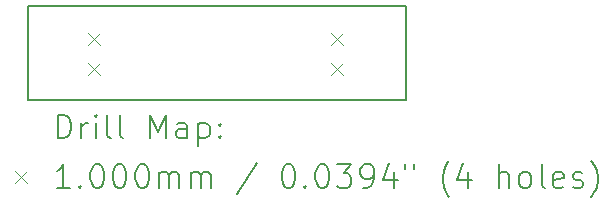
<source format=gbr>
%TF.GenerationSoftware,KiCad,Pcbnew,7.0.10*%
%TF.CreationDate,2024-02-19T09:05:06+01:00*%
%TF.ProjectId,LegoLights,4c65676f-4c69-4676-9874-732e6b696361,rev?*%
%TF.SameCoordinates,Original*%
%TF.FileFunction,Drillmap*%
%TF.FilePolarity,Positive*%
%FSLAX45Y45*%
G04 Gerber Fmt 4.5, Leading zero omitted, Abs format (unit mm)*
G04 Created by KiCad (PCBNEW 7.0.10) date 2024-02-19 09:05:06*
%MOMM*%
%LPD*%
G01*
G04 APERTURE LIST*
%ADD10C,0.200000*%
%ADD11C,0.100000*%
G04 APERTURE END LIST*
D10*
X11938000Y-5588000D02*
X15138000Y-5588000D01*
X15138000Y-6388000D01*
X11938000Y-6388000D01*
X11938000Y-5588000D01*
D11*
X12444300Y-5815400D02*
X12544300Y-5915400D01*
X12544300Y-5815400D02*
X12444300Y-5915400D01*
X12444300Y-6069400D02*
X12544300Y-6169400D01*
X12544300Y-6069400D02*
X12444300Y-6169400D01*
X14504200Y-5820400D02*
X14604200Y-5920400D01*
X14604200Y-5820400D02*
X14504200Y-5920400D01*
X14504200Y-6074400D02*
X14604200Y-6174400D01*
X14604200Y-6074400D02*
X14504200Y-6174400D01*
D10*
X12188777Y-6709484D02*
X12188777Y-6509484D01*
X12188777Y-6509484D02*
X12236396Y-6509484D01*
X12236396Y-6509484D02*
X12264967Y-6519008D01*
X12264967Y-6519008D02*
X12284015Y-6538055D01*
X12284015Y-6538055D02*
X12293539Y-6557103D01*
X12293539Y-6557103D02*
X12303062Y-6595198D01*
X12303062Y-6595198D02*
X12303062Y-6623769D01*
X12303062Y-6623769D02*
X12293539Y-6661865D01*
X12293539Y-6661865D02*
X12284015Y-6680912D01*
X12284015Y-6680912D02*
X12264967Y-6699960D01*
X12264967Y-6699960D02*
X12236396Y-6709484D01*
X12236396Y-6709484D02*
X12188777Y-6709484D01*
X12388777Y-6709484D02*
X12388777Y-6576150D01*
X12388777Y-6614246D02*
X12398301Y-6595198D01*
X12398301Y-6595198D02*
X12407824Y-6585674D01*
X12407824Y-6585674D02*
X12426872Y-6576150D01*
X12426872Y-6576150D02*
X12445920Y-6576150D01*
X12512586Y-6709484D02*
X12512586Y-6576150D01*
X12512586Y-6509484D02*
X12503062Y-6519008D01*
X12503062Y-6519008D02*
X12512586Y-6528531D01*
X12512586Y-6528531D02*
X12522110Y-6519008D01*
X12522110Y-6519008D02*
X12512586Y-6509484D01*
X12512586Y-6509484D02*
X12512586Y-6528531D01*
X12636396Y-6709484D02*
X12617348Y-6699960D01*
X12617348Y-6699960D02*
X12607824Y-6680912D01*
X12607824Y-6680912D02*
X12607824Y-6509484D01*
X12741158Y-6709484D02*
X12722110Y-6699960D01*
X12722110Y-6699960D02*
X12712586Y-6680912D01*
X12712586Y-6680912D02*
X12712586Y-6509484D01*
X12969729Y-6709484D02*
X12969729Y-6509484D01*
X12969729Y-6509484D02*
X13036396Y-6652341D01*
X13036396Y-6652341D02*
X13103062Y-6509484D01*
X13103062Y-6509484D02*
X13103062Y-6709484D01*
X13284015Y-6709484D02*
X13284015Y-6604722D01*
X13284015Y-6604722D02*
X13274491Y-6585674D01*
X13274491Y-6585674D02*
X13255443Y-6576150D01*
X13255443Y-6576150D02*
X13217348Y-6576150D01*
X13217348Y-6576150D02*
X13198301Y-6585674D01*
X13284015Y-6699960D02*
X13264967Y-6709484D01*
X13264967Y-6709484D02*
X13217348Y-6709484D01*
X13217348Y-6709484D02*
X13198301Y-6699960D01*
X13198301Y-6699960D02*
X13188777Y-6680912D01*
X13188777Y-6680912D02*
X13188777Y-6661865D01*
X13188777Y-6661865D02*
X13198301Y-6642817D01*
X13198301Y-6642817D02*
X13217348Y-6633293D01*
X13217348Y-6633293D02*
X13264967Y-6633293D01*
X13264967Y-6633293D02*
X13284015Y-6623769D01*
X13379253Y-6576150D02*
X13379253Y-6776150D01*
X13379253Y-6585674D02*
X13398301Y-6576150D01*
X13398301Y-6576150D02*
X13436396Y-6576150D01*
X13436396Y-6576150D02*
X13455443Y-6585674D01*
X13455443Y-6585674D02*
X13464967Y-6595198D01*
X13464967Y-6595198D02*
X13474491Y-6614246D01*
X13474491Y-6614246D02*
X13474491Y-6671388D01*
X13474491Y-6671388D02*
X13464967Y-6690436D01*
X13464967Y-6690436D02*
X13455443Y-6699960D01*
X13455443Y-6699960D02*
X13436396Y-6709484D01*
X13436396Y-6709484D02*
X13398301Y-6709484D01*
X13398301Y-6709484D02*
X13379253Y-6699960D01*
X13560205Y-6690436D02*
X13569729Y-6699960D01*
X13569729Y-6699960D02*
X13560205Y-6709484D01*
X13560205Y-6709484D02*
X13550682Y-6699960D01*
X13550682Y-6699960D02*
X13560205Y-6690436D01*
X13560205Y-6690436D02*
X13560205Y-6709484D01*
X13560205Y-6585674D02*
X13569729Y-6595198D01*
X13569729Y-6595198D02*
X13560205Y-6604722D01*
X13560205Y-6604722D02*
X13550682Y-6595198D01*
X13550682Y-6595198D02*
X13560205Y-6585674D01*
X13560205Y-6585674D02*
X13560205Y-6604722D01*
D11*
X11828000Y-6988000D02*
X11928000Y-7088000D01*
X11928000Y-6988000D02*
X11828000Y-7088000D01*
D10*
X12293539Y-7129484D02*
X12179253Y-7129484D01*
X12236396Y-7129484D02*
X12236396Y-6929484D01*
X12236396Y-6929484D02*
X12217348Y-6958055D01*
X12217348Y-6958055D02*
X12198301Y-6977103D01*
X12198301Y-6977103D02*
X12179253Y-6986627D01*
X12379253Y-7110436D02*
X12388777Y-7119960D01*
X12388777Y-7119960D02*
X12379253Y-7129484D01*
X12379253Y-7129484D02*
X12369729Y-7119960D01*
X12369729Y-7119960D02*
X12379253Y-7110436D01*
X12379253Y-7110436D02*
X12379253Y-7129484D01*
X12512586Y-6929484D02*
X12531634Y-6929484D01*
X12531634Y-6929484D02*
X12550682Y-6939008D01*
X12550682Y-6939008D02*
X12560205Y-6948531D01*
X12560205Y-6948531D02*
X12569729Y-6967579D01*
X12569729Y-6967579D02*
X12579253Y-7005674D01*
X12579253Y-7005674D02*
X12579253Y-7053293D01*
X12579253Y-7053293D02*
X12569729Y-7091388D01*
X12569729Y-7091388D02*
X12560205Y-7110436D01*
X12560205Y-7110436D02*
X12550682Y-7119960D01*
X12550682Y-7119960D02*
X12531634Y-7129484D01*
X12531634Y-7129484D02*
X12512586Y-7129484D01*
X12512586Y-7129484D02*
X12493539Y-7119960D01*
X12493539Y-7119960D02*
X12484015Y-7110436D01*
X12484015Y-7110436D02*
X12474491Y-7091388D01*
X12474491Y-7091388D02*
X12464967Y-7053293D01*
X12464967Y-7053293D02*
X12464967Y-7005674D01*
X12464967Y-7005674D02*
X12474491Y-6967579D01*
X12474491Y-6967579D02*
X12484015Y-6948531D01*
X12484015Y-6948531D02*
X12493539Y-6939008D01*
X12493539Y-6939008D02*
X12512586Y-6929484D01*
X12703062Y-6929484D02*
X12722110Y-6929484D01*
X12722110Y-6929484D02*
X12741158Y-6939008D01*
X12741158Y-6939008D02*
X12750682Y-6948531D01*
X12750682Y-6948531D02*
X12760205Y-6967579D01*
X12760205Y-6967579D02*
X12769729Y-7005674D01*
X12769729Y-7005674D02*
X12769729Y-7053293D01*
X12769729Y-7053293D02*
X12760205Y-7091388D01*
X12760205Y-7091388D02*
X12750682Y-7110436D01*
X12750682Y-7110436D02*
X12741158Y-7119960D01*
X12741158Y-7119960D02*
X12722110Y-7129484D01*
X12722110Y-7129484D02*
X12703062Y-7129484D01*
X12703062Y-7129484D02*
X12684015Y-7119960D01*
X12684015Y-7119960D02*
X12674491Y-7110436D01*
X12674491Y-7110436D02*
X12664967Y-7091388D01*
X12664967Y-7091388D02*
X12655443Y-7053293D01*
X12655443Y-7053293D02*
X12655443Y-7005674D01*
X12655443Y-7005674D02*
X12664967Y-6967579D01*
X12664967Y-6967579D02*
X12674491Y-6948531D01*
X12674491Y-6948531D02*
X12684015Y-6939008D01*
X12684015Y-6939008D02*
X12703062Y-6929484D01*
X12893539Y-6929484D02*
X12912586Y-6929484D01*
X12912586Y-6929484D02*
X12931634Y-6939008D01*
X12931634Y-6939008D02*
X12941158Y-6948531D01*
X12941158Y-6948531D02*
X12950682Y-6967579D01*
X12950682Y-6967579D02*
X12960205Y-7005674D01*
X12960205Y-7005674D02*
X12960205Y-7053293D01*
X12960205Y-7053293D02*
X12950682Y-7091388D01*
X12950682Y-7091388D02*
X12941158Y-7110436D01*
X12941158Y-7110436D02*
X12931634Y-7119960D01*
X12931634Y-7119960D02*
X12912586Y-7129484D01*
X12912586Y-7129484D02*
X12893539Y-7129484D01*
X12893539Y-7129484D02*
X12874491Y-7119960D01*
X12874491Y-7119960D02*
X12864967Y-7110436D01*
X12864967Y-7110436D02*
X12855443Y-7091388D01*
X12855443Y-7091388D02*
X12845920Y-7053293D01*
X12845920Y-7053293D02*
X12845920Y-7005674D01*
X12845920Y-7005674D02*
X12855443Y-6967579D01*
X12855443Y-6967579D02*
X12864967Y-6948531D01*
X12864967Y-6948531D02*
X12874491Y-6939008D01*
X12874491Y-6939008D02*
X12893539Y-6929484D01*
X13045920Y-7129484D02*
X13045920Y-6996150D01*
X13045920Y-7015198D02*
X13055443Y-7005674D01*
X13055443Y-7005674D02*
X13074491Y-6996150D01*
X13074491Y-6996150D02*
X13103063Y-6996150D01*
X13103063Y-6996150D02*
X13122110Y-7005674D01*
X13122110Y-7005674D02*
X13131634Y-7024722D01*
X13131634Y-7024722D02*
X13131634Y-7129484D01*
X13131634Y-7024722D02*
X13141158Y-7005674D01*
X13141158Y-7005674D02*
X13160205Y-6996150D01*
X13160205Y-6996150D02*
X13188777Y-6996150D01*
X13188777Y-6996150D02*
X13207824Y-7005674D01*
X13207824Y-7005674D02*
X13217348Y-7024722D01*
X13217348Y-7024722D02*
X13217348Y-7129484D01*
X13312586Y-7129484D02*
X13312586Y-6996150D01*
X13312586Y-7015198D02*
X13322110Y-7005674D01*
X13322110Y-7005674D02*
X13341158Y-6996150D01*
X13341158Y-6996150D02*
X13369729Y-6996150D01*
X13369729Y-6996150D02*
X13388777Y-7005674D01*
X13388777Y-7005674D02*
X13398301Y-7024722D01*
X13398301Y-7024722D02*
X13398301Y-7129484D01*
X13398301Y-7024722D02*
X13407824Y-7005674D01*
X13407824Y-7005674D02*
X13426872Y-6996150D01*
X13426872Y-6996150D02*
X13455443Y-6996150D01*
X13455443Y-6996150D02*
X13474491Y-7005674D01*
X13474491Y-7005674D02*
X13484015Y-7024722D01*
X13484015Y-7024722D02*
X13484015Y-7129484D01*
X13874491Y-6919960D02*
X13703063Y-7177103D01*
X14131634Y-6929484D02*
X14150682Y-6929484D01*
X14150682Y-6929484D02*
X14169729Y-6939008D01*
X14169729Y-6939008D02*
X14179253Y-6948531D01*
X14179253Y-6948531D02*
X14188777Y-6967579D01*
X14188777Y-6967579D02*
X14198301Y-7005674D01*
X14198301Y-7005674D02*
X14198301Y-7053293D01*
X14198301Y-7053293D02*
X14188777Y-7091388D01*
X14188777Y-7091388D02*
X14179253Y-7110436D01*
X14179253Y-7110436D02*
X14169729Y-7119960D01*
X14169729Y-7119960D02*
X14150682Y-7129484D01*
X14150682Y-7129484D02*
X14131634Y-7129484D01*
X14131634Y-7129484D02*
X14112586Y-7119960D01*
X14112586Y-7119960D02*
X14103063Y-7110436D01*
X14103063Y-7110436D02*
X14093539Y-7091388D01*
X14093539Y-7091388D02*
X14084015Y-7053293D01*
X14084015Y-7053293D02*
X14084015Y-7005674D01*
X14084015Y-7005674D02*
X14093539Y-6967579D01*
X14093539Y-6967579D02*
X14103063Y-6948531D01*
X14103063Y-6948531D02*
X14112586Y-6939008D01*
X14112586Y-6939008D02*
X14131634Y-6929484D01*
X14284015Y-7110436D02*
X14293539Y-7119960D01*
X14293539Y-7119960D02*
X14284015Y-7129484D01*
X14284015Y-7129484D02*
X14274491Y-7119960D01*
X14274491Y-7119960D02*
X14284015Y-7110436D01*
X14284015Y-7110436D02*
X14284015Y-7129484D01*
X14417348Y-6929484D02*
X14436396Y-6929484D01*
X14436396Y-6929484D02*
X14455444Y-6939008D01*
X14455444Y-6939008D02*
X14464967Y-6948531D01*
X14464967Y-6948531D02*
X14474491Y-6967579D01*
X14474491Y-6967579D02*
X14484015Y-7005674D01*
X14484015Y-7005674D02*
X14484015Y-7053293D01*
X14484015Y-7053293D02*
X14474491Y-7091388D01*
X14474491Y-7091388D02*
X14464967Y-7110436D01*
X14464967Y-7110436D02*
X14455444Y-7119960D01*
X14455444Y-7119960D02*
X14436396Y-7129484D01*
X14436396Y-7129484D02*
X14417348Y-7129484D01*
X14417348Y-7129484D02*
X14398301Y-7119960D01*
X14398301Y-7119960D02*
X14388777Y-7110436D01*
X14388777Y-7110436D02*
X14379253Y-7091388D01*
X14379253Y-7091388D02*
X14369729Y-7053293D01*
X14369729Y-7053293D02*
X14369729Y-7005674D01*
X14369729Y-7005674D02*
X14379253Y-6967579D01*
X14379253Y-6967579D02*
X14388777Y-6948531D01*
X14388777Y-6948531D02*
X14398301Y-6939008D01*
X14398301Y-6939008D02*
X14417348Y-6929484D01*
X14550682Y-6929484D02*
X14674491Y-6929484D01*
X14674491Y-6929484D02*
X14607825Y-7005674D01*
X14607825Y-7005674D02*
X14636396Y-7005674D01*
X14636396Y-7005674D02*
X14655444Y-7015198D01*
X14655444Y-7015198D02*
X14664967Y-7024722D01*
X14664967Y-7024722D02*
X14674491Y-7043769D01*
X14674491Y-7043769D02*
X14674491Y-7091388D01*
X14674491Y-7091388D02*
X14664967Y-7110436D01*
X14664967Y-7110436D02*
X14655444Y-7119960D01*
X14655444Y-7119960D02*
X14636396Y-7129484D01*
X14636396Y-7129484D02*
X14579253Y-7129484D01*
X14579253Y-7129484D02*
X14560206Y-7119960D01*
X14560206Y-7119960D02*
X14550682Y-7110436D01*
X14769729Y-7129484D02*
X14807825Y-7129484D01*
X14807825Y-7129484D02*
X14826872Y-7119960D01*
X14826872Y-7119960D02*
X14836396Y-7110436D01*
X14836396Y-7110436D02*
X14855444Y-7081865D01*
X14855444Y-7081865D02*
X14864967Y-7043769D01*
X14864967Y-7043769D02*
X14864967Y-6967579D01*
X14864967Y-6967579D02*
X14855444Y-6948531D01*
X14855444Y-6948531D02*
X14845920Y-6939008D01*
X14845920Y-6939008D02*
X14826872Y-6929484D01*
X14826872Y-6929484D02*
X14788777Y-6929484D01*
X14788777Y-6929484D02*
X14769729Y-6939008D01*
X14769729Y-6939008D02*
X14760206Y-6948531D01*
X14760206Y-6948531D02*
X14750682Y-6967579D01*
X14750682Y-6967579D02*
X14750682Y-7015198D01*
X14750682Y-7015198D02*
X14760206Y-7034246D01*
X14760206Y-7034246D02*
X14769729Y-7043769D01*
X14769729Y-7043769D02*
X14788777Y-7053293D01*
X14788777Y-7053293D02*
X14826872Y-7053293D01*
X14826872Y-7053293D02*
X14845920Y-7043769D01*
X14845920Y-7043769D02*
X14855444Y-7034246D01*
X14855444Y-7034246D02*
X14864967Y-7015198D01*
X15036396Y-6996150D02*
X15036396Y-7129484D01*
X14988777Y-6919960D02*
X14941158Y-7062817D01*
X14941158Y-7062817D02*
X15064967Y-7062817D01*
X15131634Y-6929484D02*
X15131634Y-6967579D01*
X15207825Y-6929484D02*
X15207825Y-6967579D01*
X15503063Y-7205674D02*
X15493539Y-7196150D01*
X15493539Y-7196150D02*
X15474491Y-7167579D01*
X15474491Y-7167579D02*
X15464968Y-7148531D01*
X15464968Y-7148531D02*
X15455444Y-7119960D01*
X15455444Y-7119960D02*
X15445920Y-7072341D01*
X15445920Y-7072341D02*
X15445920Y-7034246D01*
X15445920Y-7034246D02*
X15455444Y-6986627D01*
X15455444Y-6986627D02*
X15464968Y-6958055D01*
X15464968Y-6958055D02*
X15474491Y-6939008D01*
X15474491Y-6939008D02*
X15493539Y-6910436D01*
X15493539Y-6910436D02*
X15503063Y-6900912D01*
X15664968Y-6996150D02*
X15664968Y-7129484D01*
X15617348Y-6919960D02*
X15569729Y-7062817D01*
X15569729Y-7062817D02*
X15693539Y-7062817D01*
X15922110Y-7129484D02*
X15922110Y-6929484D01*
X16007825Y-7129484D02*
X16007825Y-7024722D01*
X16007825Y-7024722D02*
X15998301Y-7005674D01*
X15998301Y-7005674D02*
X15979253Y-6996150D01*
X15979253Y-6996150D02*
X15950682Y-6996150D01*
X15950682Y-6996150D02*
X15931634Y-7005674D01*
X15931634Y-7005674D02*
X15922110Y-7015198D01*
X16131634Y-7129484D02*
X16112587Y-7119960D01*
X16112587Y-7119960D02*
X16103063Y-7110436D01*
X16103063Y-7110436D02*
X16093539Y-7091388D01*
X16093539Y-7091388D02*
X16093539Y-7034246D01*
X16093539Y-7034246D02*
X16103063Y-7015198D01*
X16103063Y-7015198D02*
X16112587Y-7005674D01*
X16112587Y-7005674D02*
X16131634Y-6996150D01*
X16131634Y-6996150D02*
X16160206Y-6996150D01*
X16160206Y-6996150D02*
X16179253Y-7005674D01*
X16179253Y-7005674D02*
X16188777Y-7015198D01*
X16188777Y-7015198D02*
X16198301Y-7034246D01*
X16198301Y-7034246D02*
X16198301Y-7091388D01*
X16198301Y-7091388D02*
X16188777Y-7110436D01*
X16188777Y-7110436D02*
X16179253Y-7119960D01*
X16179253Y-7119960D02*
X16160206Y-7129484D01*
X16160206Y-7129484D02*
X16131634Y-7129484D01*
X16312587Y-7129484D02*
X16293539Y-7119960D01*
X16293539Y-7119960D02*
X16284015Y-7100912D01*
X16284015Y-7100912D02*
X16284015Y-6929484D01*
X16464968Y-7119960D02*
X16445920Y-7129484D01*
X16445920Y-7129484D02*
X16407825Y-7129484D01*
X16407825Y-7129484D02*
X16388777Y-7119960D01*
X16388777Y-7119960D02*
X16379253Y-7100912D01*
X16379253Y-7100912D02*
X16379253Y-7024722D01*
X16379253Y-7024722D02*
X16388777Y-7005674D01*
X16388777Y-7005674D02*
X16407825Y-6996150D01*
X16407825Y-6996150D02*
X16445920Y-6996150D01*
X16445920Y-6996150D02*
X16464968Y-7005674D01*
X16464968Y-7005674D02*
X16474491Y-7024722D01*
X16474491Y-7024722D02*
X16474491Y-7043769D01*
X16474491Y-7043769D02*
X16379253Y-7062817D01*
X16550682Y-7119960D02*
X16569730Y-7129484D01*
X16569730Y-7129484D02*
X16607825Y-7129484D01*
X16607825Y-7129484D02*
X16626872Y-7119960D01*
X16626872Y-7119960D02*
X16636396Y-7100912D01*
X16636396Y-7100912D02*
X16636396Y-7091388D01*
X16636396Y-7091388D02*
X16626872Y-7072341D01*
X16626872Y-7072341D02*
X16607825Y-7062817D01*
X16607825Y-7062817D02*
X16579253Y-7062817D01*
X16579253Y-7062817D02*
X16560206Y-7053293D01*
X16560206Y-7053293D02*
X16550682Y-7034246D01*
X16550682Y-7034246D02*
X16550682Y-7024722D01*
X16550682Y-7024722D02*
X16560206Y-7005674D01*
X16560206Y-7005674D02*
X16579253Y-6996150D01*
X16579253Y-6996150D02*
X16607825Y-6996150D01*
X16607825Y-6996150D02*
X16626872Y-7005674D01*
X16703063Y-7205674D02*
X16712587Y-7196150D01*
X16712587Y-7196150D02*
X16731634Y-7167579D01*
X16731634Y-7167579D02*
X16741158Y-7148531D01*
X16741158Y-7148531D02*
X16750682Y-7119960D01*
X16750682Y-7119960D02*
X16760206Y-7072341D01*
X16760206Y-7072341D02*
X16760206Y-7034246D01*
X16760206Y-7034246D02*
X16750682Y-6986627D01*
X16750682Y-6986627D02*
X16741158Y-6958055D01*
X16741158Y-6958055D02*
X16731634Y-6939008D01*
X16731634Y-6939008D02*
X16712587Y-6910436D01*
X16712587Y-6910436D02*
X16703063Y-6900912D01*
M02*

</source>
